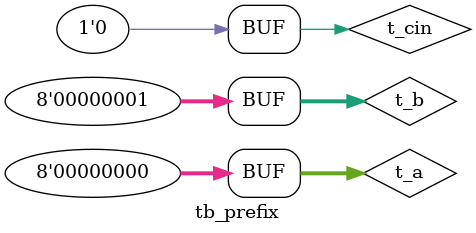
<source format=v>
module tb_prefix;
reg [7:0] t_a,t_b;
reg t_cin;
wire [7:0] t_S;
initial begin $dumpfile("dump1.vcd"); $dumpvars(0, tb_prefix); end
prefixAdd pra (.a(t_a), .b(t_b), .cin(t_cin), .S(t_S));
initial
begin
	t_a [7:0] = 8'b00000000; //0
	t_b [7:0] = 8'b01000001; //65
	t_cin = 1'b0;
	#5
	t_a [7:0] = 8'b01100100; //100
	t_b [7:0] = 8'b00011000; //24
	t_cin = 1'b0;
	#5
	t_a [7:0] = 8'b00010100; //20
	t_b [7:0] = 8'b10110010; //178
	t_cin = 1'b0;
	#5
	t_a [7:0] = 8'b00100001; //33
	t_b [7:0] = 8'b00111111; //63
	t_cin = 1'b0;
	#5
	t_a [7:0] = 8'b01100100; //100
	t_b [7:0] = 8'b00110010; //50
	t_cin = 1'b0;
	#5
	t_a [7:0] = 8'b01100100; //100
	t_b [7:0] = 8'b00101000; //40
	t_cin = 1'b0;
	#5
	t_a [7:0] = 8'b10110001; //177
	t_b [7:0] = 8'b00110110; //54
	t_cin = 1'b0;
	#5
	t_a [7:0] = 8'b01011010; //90
	t_b [7:0] = 8'b00111100; //60
	t_cin = 1'b0;
	#5
	t_a [7:0] = 8'b00011000; //24
	t_b [7:0] = 8'b01001100; //76
	t_cin = 1'b0;
	#10
	t_a [7:0] = 8'b00000000;
	t_b [7:0] = 8'b00000001;
	t_cin = 1'b0;
end
endmodule

</source>
